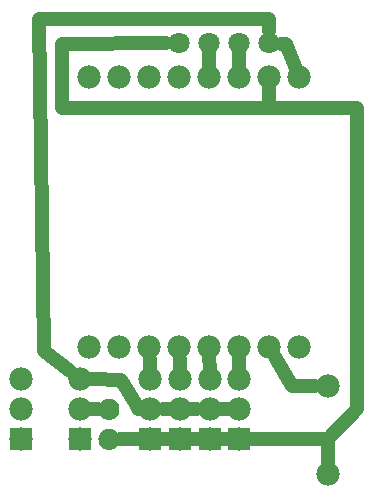
<source format=gbl>
G04 MADE WITH FRITZING*
G04 WWW.FRITZING.ORG*
G04 DOUBLE SIDED*
G04 HOLES PLATED*
G04 CONTOUR ON CENTER OF CONTOUR VECTOR*
%ASAXBY*%
%FSLAX23Y23*%
%MOIN*%
%OFA0B0*%
%SFA1.0B1.0*%
%ADD10C,0.071000*%
%ADD11C,0.070972*%
%ADD12C,0.077778*%
%ADD13C,0.078000*%
%ADD14C,0.070000*%
%ADD15R,0.078000X0.078000*%
%ADD16C,0.048000*%
%ADD17R,0.001000X0.001000*%
%LNCOPPER0*%
G90*
G70*
G54D10*
X884Y1499D03*
X784Y1499D03*
G54D11*
X684Y1499D03*
X584Y1499D03*
G54D12*
X286Y488D03*
X386Y488D03*
X486Y488D03*
X586Y488D03*
X686Y488D03*
X786Y488D03*
X886Y488D03*
X986Y488D03*
X986Y1388D03*
X886Y1388D03*
X786Y1388D03*
X686Y1388D03*
X586Y1388D03*
X486Y1388D03*
X386Y1388D03*
X286Y1388D03*
G54D13*
X687Y180D03*
X687Y280D03*
X687Y380D03*
X490Y180D03*
X490Y280D03*
X490Y380D03*
X785Y180D03*
X785Y280D03*
X785Y380D03*
X588Y180D03*
X588Y280D03*
X588Y380D03*
X254Y180D03*
X254Y280D03*
X254Y380D03*
X57Y180D03*
X57Y280D03*
X57Y380D03*
G54D14*
X352Y278D03*
X352Y178D03*
G54D13*
X1081Y357D03*
X1081Y357D03*
X1081Y62D03*
X1081Y62D03*
G54D15*
X687Y180D03*
X490Y180D03*
X785Y180D03*
X588Y180D03*
X254Y180D03*
X57Y180D03*
G54D16*
X531Y180D02*
X547Y180D01*
D02*
X630Y180D02*
X646Y180D01*
D02*
X728Y180D02*
X744Y180D01*
D02*
X728Y280D02*
X744Y280D01*
D02*
X630Y280D02*
X646Y280D01*
D02*
X547Y280D02*
X531Y280D01*
D02*
X487Y448D02*
X488Y421D01*
D02*
X587Y448D02*
X588Y421D01*
D02*
X686Y448D02*
X687Y421D01*
D02*
X786Y448D02*
X786Y421D01*
D02*
X884Y1541D02*
X884Y1579D01*
D02*
X136Y474D02*
X222Y406D01*
D02*
X117Y1579D02*
X136Y474D01*
D02*
X884Y1579D02*
X117Y1579D01*
D02*
X389Y179D02*
X449Y180D01*
D02*
X295Y279D02*
X315Y279D01*
D02*
X962Y358D02*
X1039Y357D01*
D02*
X906Y453D02*
X962Y358D01*
D02*
X884Y1282D02*
X1178Y1282D01*
D02*
X1178Y1282D02*
X1178Y279D01*
D02*
X885Y1348D02*
X884Y1282D01*
D02*
X1178Y279D02*
X1081Y180D01*
D02*
X1081Y180D02*
X827Y180D01*
D02*
X1081Y103D02*
X1081Y180D01*
D02*
X451Y279D02*
X449Y279D01*
D02*
X392Y377D02*
X451Y279D01*
D02*
X295Y379D02*
X392Y377D01*
D02*
X943Y1498D02*
X971Y1425D01*
D02*
X925Y1498D02*
X943Y1498D01*
D02*
X784Y1468D02*
X785Y1417D01*
D02*
X684Y1468D02*
X685Y1417D01*
D02*
X195Y1282D02*
X195Y1498D01*
D02*
X884Y1282D02*
X195Y1282D01*
D02*
X195Y1498D02*
X542Y1499D01*
G54D17*
X345Y314D02*
X358Y314D01*
X342Y313D02*
X362Y313D01*
X339Y312D02*
X364Y312D01*
X337Y311D02*
X367Y311D01*
X335Y310D02*
X369Y310D01*
X333Y309D02*
X370Y309D01*
X332Y308D02*
X372Y308D01*
X330Y307D02*
X373Y307D01*
X329Y306D02*
X374Y306D01*
X328Y305D02*
X375Y305D01*
X327Y304D02*
X376Y304D01*
X326Y303D02*
X377Y303D01*
X325Y302D02*
X378Y302D01*
X325Y301D02*
X379Y301D01*
X324Y300D02*
X380Y300D01*
X323Y299D02*
X380Y299D01*
X323Y298D02*
X381Y298D01*
X322Y297D02*
X381Y297D01*
X321Y296D02*
X382Y296D01*
X321Y295D02*
X383Y295D01*
X320Y294D02*
X346Y294D01*
X357Y294D02*
X383Y294D01*
X320Y293D02*
X344Y293D01*
X359Y293D02*
X383Y293D01*
X320Y292D02*
X342Y292D01*
X361Y292D02*
X384Y292D01*
X319Y291D02*
X341Y291D01*
X362Y291D02*
X384Y291D01*
X319Y290D02*
X340Y290D01*
X363Y290D02*
X385Y290D01*
X319Y289D02*
X339Y289D01*
X364Y289D02*
X385Y289D01*
X318Y288D02*
X339Y288D01*
X365Y288D02*
X385Y288D01*
X318Y287D02*
X338Y287D01*
X365Y287D02*
X385Y287D01*
X318Y286D02*
X337Y286D01*
X366Y286D02*
X386Y286D01*
X318Y285D02*
X337Y285D01*
X366Y285D02*
X386Y285D01*
X318Y284D02*
X337Y284D01*
X367Y284D02*
X386Y284D01*
X317Y283D02*
X336Y283D01*
X367Y283D02*
X386Y283D01*
X317Y282D02*
X336Y282D01*
X367Y282D02*
X386Y282D01*
X317Y281D02*
X336Y281D01*
X367Y281D02*
X386Y281D01*
X317Y280D02*
X336Y280D01*
X367Y280D02*
X386Y280D01*
X317Y279D02*
X336Y279D01*
X367Y279D02*
X386Y279D01*
X317Y278D02*
X336Y278D01*
X367Y278D02*
X386Y278D01*
X317Y277D02*
X336Y277D01*
X367Y277D02*
X386Y277D01*
X317Y276D02*
X337Y276D01*
X367Y276D02*
X386Y276D01*
X318Y275D02*
X337Y275D01*
X367Y275D02*
X386Y275D01*
X318Y274D02*
X337Y274D01*
X366Y274D02*
X386Y274D01*
X318Y273D02*
X338Y273D01*
X366Y273D02*
X385Y273D01*
X318Y272D02*
X338Y272D01*
X365Y272D02*
X385Y272D01*
X319Y271D02*
X339Y271D01*
X364Y271D02*
X385Y271D01*
X319Y270D02*
X340Y270D01*
X364Y270D02*
X385Y270D01*
X319Y269D02*
X341Y269D01*
X363Y269D02*
X384Y269D01*
X320Y268D02*
X342Y268D01*
X361Y268D02*
X384Y268D01*
X320Y267D02*
X343Y267D01*
X360Y267D02*
X384Y267D01*
X320Y266D02*
X345Y266D01*
X358Y266D02*
X383Y266D01*
X321Y265D02*
X349Y265D01*
X355Y265D02*
X383Y265D01*
X321Y264D02*
X382Y264D01*
X322Y263D02*
X382Y263D01*
X322Y262D02*
X381Y262D01*
X323Y261D02*
X381Y261D01*
X323Y260D02*
X380Y260D01*
X324Y259D02*
X379Y259D01*
X325Y258D02*
X379Y258D01*
X326Y257D02*
X378Y257D01*
X327Y256D02*
X377Y256D01*
X328Y255D02*
X376Y255D01*
X329Y254D02*
X375Y254D01*
X330Y253D02*
X374Y253D01*
X331Y252D02*
X372Y252D01*
X333Y251D02*
X371Y251D01*
X334Y250D02*
X369Y250D01*
X336Y249D02*
X367Y249D01*
X338Y248D02*
X365Y248D01*
X341Y247D02*
X363Y247D01*
X344Y246D02*
X360Y246D01*
X349Y245D02*
X355Y245D01*
X345Y214D02*
X358Y214D01*
X342Y213D02*
X362Y213D01*
X339Y212D02*
X364Y212D01*
X337Y211D02*
X367Y211D01*
X335Y210D02*
X369Y210D01*
X333Y209D02*
X370Y209D01*
X332Y208D02*
X372Y208D01*
X330Y207D02*
X373Y207D01*
X329Y206D02*
X374Y206D01*
X328Y205D02*
X375Y205D01*
X327Y204D02*
X376Y204D01*
X326Y203D02*
X377Y203D01*
X325Y202D02*
X378Y202D01*
X324Y201D02*
X379Y201D01*
X324Y200D02*
X380Y200D01*
X323Y199D02*
X380Y199D01*
X323Y198D02*
X381Y198D01*
X322Y197D02*
X382Y197D01*
X321Y196D02*
X382Y196D01*
X321Y195D02*
X383Y195D01*
X320Y194D02*
X346Y194D01*
X358Y194D02*
X383Y194D01*
X320Y193D02*
X344Y193D01*
X360Y193D02*
X383Y193D01*
X320Y192D02*
X342Y192D01*
X361Y192D02*
X384Y192D01*
X319Y191D02*
X341Y191D01*
X362Y191D02*
X384Y191D01*
X319Y190D02*
X340Y190D01*
X363Y190D02*
X385Y190D01*
X319Y189D02*
X339Y189D01*
X364Y189D02*
X385Y189D01*
X318Y188D02*
X339Y188D01*
X365Y188D02*
X385Y188D01*
X318Y187D02*
X338Y187D01*
X365Y187D02*
X385Y187D01*
X318Y186D02*
X337Y186D01*
X366Y186D02*
X386Y186D01*
X318Y185D02*
X337Y185D01*
X366Y185D02*
X386Y185D01*
X318Y184D02*
X337Y184D01*
X367Y184D02*
X386Y184D01*
X317Y183D02*
X336Y183D01*
X367Y183D02*
X386Y183D01*
X317Y182D02*
X336Y182D01*
X367Y182D02*
X386Y182D01*
X317Y181D02*
X336Y181D01*
X367Y181D02*
X386Y181D01*
X317Y180D02*
X336Y180D01*
X367Y180D02*
X386Y180D01*
X317Y179D02*
X336Y179D01*
X367Y179D02*
X386Y179D01*
X317Y178D02*
X336Y178D01*
X367Y178D02*
X386Y178D01*
X317Y177D02*
X336Y177D01*
X367Y177D02*
X386Y177D01*
X317Y176D02*
X337Y176D01*
X367Y176D02*
X386Y176D01*
X318Y175D02*
X337Y175D01*
X367Y175D02*
X386Y175D01*
X318Y174D02*
X337Y174D01*
X366Y174D02*
X386Y174D01*
X318Y173D02*
X338Y173D01*
X366Y173D02*
X385Y173D01*
X318Y172D02*
X338Y172D01*
X365Y172D02*
X385Y172D01*
X319Y171D02*
X339Y171D01*
X364Y171D02*
X385Y171D01*
X319Y170D02*
X340Y170D01*
X364Y170D02*
X385Y170D01*
X319Y169D02*
X341Y169D01*
X363Y169D02*
X384Y169D01*
X320Y168D02*
X342Y168D01*
X361Y168D02*
X384Y168D01*
X320Y167D02*
X343Y167D01*
X360Y167D02*
X384Y167D01*
X320Y166D02*
X345Y166D01*
X358Y166D02*
X383Y166D01*
X321Y165D02*
X349Y165D01*
X355Y165D02*
X383Y165D01*
X321Y164D02*
X382Y164D01*
X322Y163D02*
X382Y163D01*
X322Y162D02*
X381Y162D01*
X323Y161D02*
X381Y161D01*
X324Y160D02*
X380Y160D01*
X324Y159D02*
X379Y159D01*
X325Y158D02*
X378Y158D01*
X326Y157D02*
X378Y157D01*
X327Y156D02*
X377Y156D01*
X328Y155D02*
X376Y155D01*
X329Y154D02*
X375Y154D01*
X330Y153D02*
X374Y153D01*
X331Y152D02*
X372Y152D01*
X333Y151D02*
X371Y151D01*
X334Y150D02*
X369Y150D01*
X336Y149D02*
X367Y149D01*
X338Y148D02*
X365Y148D01*
X341Y147D02*
X363Y147D01*
X344Y146D02*
X359Y146D01*
X350Y145D02*
X354Y145D01*
D02*
G04 End of Copper0*
M02*
</source>
